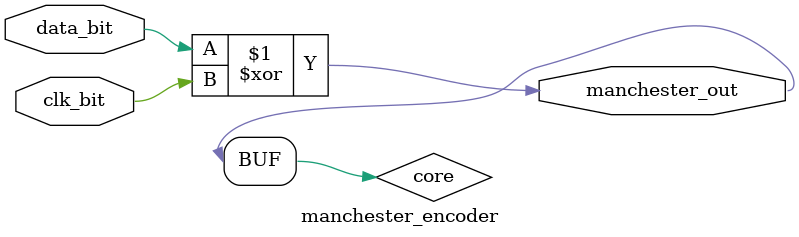
<source format=v>
`timescale 1ns/1ps

module manchester_encoder #(
    parameter INVERT_POLARITY = 1'b0  // 0: estándar IEEE 802.3, 1: invertido
) (
    input  wire clk_bit,
    input  wire data_bit,
    output wire manchester_out
);

    wire core = data_bit ^ clk_bit;
    assign manchester_out = INVERT_POLARITY ? ~core : core;

endmodule



</source>
